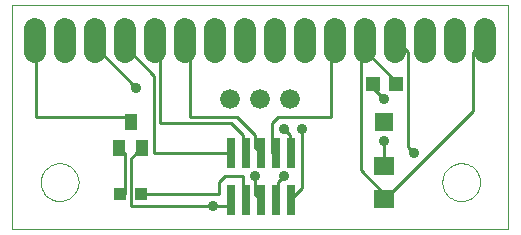
<source format=gtl>
G75*
G70*
%OFA0B0*%
%FSLAX24Y24*%
%IPPOS*%
%LPD*%
%AMOC8*
5,1,8,0,0,1.08239X$1,22.5*
%
%ADD10C,0.0000*%
%ADD11R,0.0630X0.0591*%
%ADD12R,0.0472X0.0472*%
%ADD13C,0.0740*%
%ADD14R,0.0709X0.0630*%
%ADD15R,0.0394X0.0433*%
%ADD16R,0.0394X0.0551*%
%ADD17R,0.0291X0.1024*%
%ADD18C,0.0660*%
%ADD19C,0.0100*%
%ADD20C,0.0360*%
D10*
X000100Y000264D02*
X000100Y007744D01*
X016635Y007744D01*
X016635Y000264D01*
X000100Y000264D01*
X001045Y001838D02*
X001047Y001888D01*
X001053Y001938D01*
X001063Y001987D01*
X001077Y002035D01*
X001094Y002082D01*
X001115Y002127D01*
X001140Y002171D01*
X001168Y002212D01*
X001200Y002251D01*
X001234Y002288D01*
X001271Y002322D01*
X001311Y002352D01*
X001353Y002379D01*
X001397Y002403D01*
X001443Y002424D01*
X001490Y002440D01*
X001538Y002453D01*
X001588Y002462D01*
X001637Y002467D01*
X001688Y002468D01*
X001738Y002465D01*
X001787Y002458D01*
X001836Y002447D01*
X001884Y002432D01*
X001930Y002414D01*
X001975Y002392D01*
X002018Y002366D01*
X002059Y002337D01*
X002098Y002305D01*
X002134Y002270D01*
X002166Y002232D01*
X002196Y002192D01*
X002223Y002149D01*
X002246Y002105D01*
X002265Y002059D01*
X002281Y002011D01*
X002293Y001962D01*
X002301Y001913D01*
X002305Y001863D01*
X002305Y001813D01*
X002301Y001763D01*
X002293Y001714D01*
X002281Y001665D01*
X002265Y001617D01*
X002246Y001571D01*
X002223Y001527D01*
X002196Y001484D01*
X002166Y001444D01*
X002134Y001406D01*
X002098Y001371D01*
X002059Y001339D01*
X002018Y001310D01*
X001975Y001284D01*
X001930Y001262D01*
X001884Y001244D01*
X001836Y001229D01*
X001787Y001218D01*
X001738Y001211D01*
X001688Y001208D01*
X001637Y001209D01*
X001588Y001214D01*
X001538Y001223D01*
X001490Y001236D01*
X001443Y001252D01*
X001397Y001273D01*
X001353Y001297D01*
X001311Y001324D01*
X001271Y001354D01*
X001234Y001388D01*
X001200Y001425D01*
X001168Y001464D01*
X001140Y001505D01*
X001115Y001549D01*
X001094Y001594D01*
X001077Y001641D01*
X001063Y001689D01*
X001053Y001738D01*
X001047Y001788D01*
X001045Y001838D01*
X014431Y001838D02*
X014433Y001888D01*
X014439Y001938D01*
X014449Y001987D01*
X014463Y002035D01*
X014480Y002082D01*
X014501Y002127D01*
X014526Y002171D01*
X014554Y002212D01*
X014586Y002251D01*
X014620Y002288D01*
X014657Y002322D01*
X014697Y002352D01*
X014739Y002379D01*
X014783Y002403D01*
X014829Y002424D01*
X014876Y002440D01*
X014924Y002453D01*
X014974Y002462D01*
X015023Y002467D01*
X015074Y002468D01*
X015124Y002465D01*
X015173Y002458D01*
X015222Y002447D01*
X015270Y002432D01*
X015316Y002414D01*
X015361Y002392D01*
X015404Y002366D01*
X015445Y002337D01*
X015484Y002305D01*
X015520Y002270D01*
X015552Y002232D01*
X015582Y002192D01*
X015609Y002149D01*
X015632Y002105D01*
X015651Y002059D01*
X015667Y002011D01*
X015679Y001962D01*
X015687Y001913D01*
X015691Y001863D01*
X015691Y001813D01*
X015687Y001763D01*
X015679Y001714D01*
X015667Y001665D01*
X015651Y001617D01*
X015632Y001571D01*
X015609Y001527D01*
X015582Y001484D01*
X015552Y001444D01*
X015520Y001406D01*
X015484Y001371D01*
X015445Y001339D01*
X015404Y001310D01*
X015361Y001284D01*
X015316Y001262D01*
X015270Y001244D01*
X015222Y001229D01*
X015173Y001218D01*
X015124Y001211D01*
X015074Y001208D01*
X015023Y001209D01*
X014974Y001214D01*
X014924Y001223D01*
X014876Y001236D01*
X014829Y001252D01*
X014783Y001273D01*
X014739Y001297D01*
X014697Y001324D01*
X014657Y001354D01*
X014620Y001388D01*
X014586Y001425D01*
X014554Y001464D01*
X014526Y001505D01*
X014501Y001549D01*
X014480Y001594D01*
X014463Y001641D01*
X014449Y001689D01*
X014439Y001738D01*
X014433Y001788D01*
X014431Y001838D01*
D11*
X012502Y003827D03*
D12*
X012895Y005106D03*
X012108Y005106D03*
D13*
X011848Y006193D02*
X011848Y006933D01*
X010848Y006933D02*
X010848Y006193D01*
X009848Y006193D02*
X009848Y006933D01*
X008848Y006933D02*
X008848Y006193D01*
X007848Y006193D02*
X007848Y006933D01*
X006848Y006933D02*
X006848Y006193D01*
X005848Y006193D02*
X005848Y006933D01*
X004848Y006933D02*
X004848Y006193D01*
X003848Y006193D02*
X003848Y006933D01*
X002848Y006933D02*
X002848Y006193D01*
X001848Y006193D02*
X001848Y006933D01*
X000848Y006933D02*
X000848Y006193D01*
X012848Y006193D02*
X012848Y006933D01*
X013848Y006933D02*
X013848Y006193D01*
X014848Y006193D02*
X014848Y006933D01*
X015848Y006933D02*
X015848Y006193D01*
D14*
X012502Y002390D03*
X012502Y001287D03*
D15*
X004372Y001445D03*
X003702Y001445D03*
D16*
X003663Y002980D03*
X004411Y002980D03*
X004037Y003846D03*
D17*
X007383Y002823D03*
X007883Y002823D03*
X008383Y002823D03*
X008883Y002823D03*
X009383Y002823D03*
X009383Y001248D03*
X008883Y001248D03*
X008383Y001248D03*
X007883Y001248D03*
X007383Y001248D03*
D18*
X007368Y004594D03*
X008368Y004594D03*
X009368Y004594D03*
D19*
X008958Y004004D02*
X010730Y004004D01*
X010730Y006563D01*
X010848Y006563D01*
X011714Y006563D02*
X011848Y006563D01*
X011911Y006563D01*
X011911Y006169D01*
X012895Y005185D01*
X012895Y005106D01*
X012502Y004594D02*
X012108Y004988D01*
X012108Y005106D01*
X013289Y006169D02*
X012895Y006563D01*
X012848Y006563D01*
X013289Y006169D02*
X013289Y003020D01*
X013486Y002823D01*
X012502Y003216D02*
X012502Y002429D01*
X012502Y002390D01*
X011714Y002232D02*
X011714Y006563D01*
X015454Y006169D02*
X015454Y004201D01*
X012502Y001248D01*
X012502Y001287D01*
X012502Y001445D01*
X011714Y002232D01*
X009746Y001642D02*
X009746Y003610D01*
X009352Y003413D02*
X009155Y003610D01*
X008958Y004004D02*
X008761Y003807D01*
X008761Y002823D01*
X008883Y002823D01*
X009352Y002823D02*
X009383Y002823D01*
X009352Y002823D02*
X009352Y003413D01*
X008383Y002823D02*
X008368Y002823D01*
X008171Y003020D01*
X008171Y003413D01*
X007580Y004004D01*
X006006Y004004D01*
X006006Y006563D01*
X005848Y006563D01*
X005021Y006563D02*
X004848Y006563D01*
X005021Y006563D02*
X005021Y003807D01*
X007383Y003807D01*
X007777Y003413D01*
X007777Y002823D01*
X007883Y002823D01*
X007383Y002823D02*
X004824Y002823D01*
X004824Y005382D01*
X004037Y006169D01*
X004037Y006563D01*
X003848Y006563D01*
X002856Y006563D02*
X002856Y006366D01*
X004234Y004988D01*
X004037Y004004D02*
X004037Y003846D01*
X004037Y004004D02*
X000887Y004004D01*
X000887Y006563D01*
X000848Y006563D01*
X002848Y006563D02*
X002856Y006563D01*
X003663Y002980D02*
X003840Y002823D01*
X003840Y001445D01*
X003702Y001445D01*
X004372Y001445D02*
X004431Y001445D01*
X006990Y001445D01*
X006990Y001838D01*
X007187Y002035D01*
X007777Y002035D01*
X007777Y001248D01*
X007883Y001248D01*
X008171Y001445D02*
X008171Y002035D01*
X008958Y001838D02*
X009155Y002035D01*
X008958Y001838D02*
X008958Y001248D01*
X008883Y001248D01*
X009352Y001248D02*
X009383Y001248D01*
X009352Y001248D02*
X009746Y001642D01*
X008383Y001248D02*
X008368Y001248D01*
X008171Y001445D01*
X007383Y001248D02*
X007383Y001051D01*
X006793Y001051D01*
X004037Y001051D01*
X004037Y002626D01*
X004234Y002823D01*
X004411Y002980D01*
X015454Y006169D02*
X015848Y006563D01*
D20*
X012502Y004594D03*
X012502Y003216D03*
X013486Y002823D03*
X009746Y003610D03*
X009155Y003610D03*
X009155Y002035D03*
X008171Y002035D03*
X006793Y001051D03*
X004234Y004988D03*
M02*

</source>
